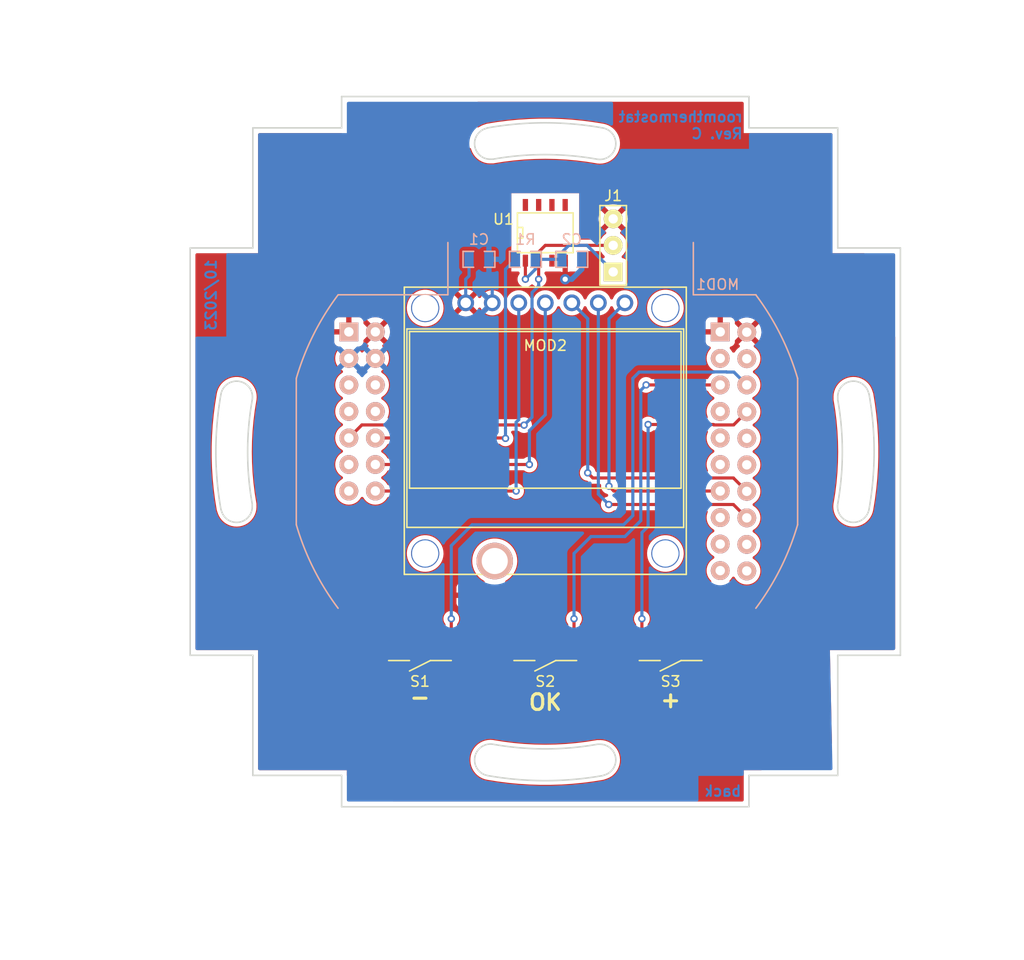
<source format=kicad_pcb>
(kicad_pcb (version 20211014) (generator pcbnew)
  (title_block (title "roomthermostat") (date "2023-10-14") (rev "C") (company "koewiba"))
  (layers (0 "F.Cu" signal) (31 "B.Cu" signal) (34 "B.Paste" user) (35 "F.Paste" user) (36 "B.SilkS" user "B.Silkscreen") (37 "F.SilkS" user "F.Silkscreen") (38 "B.Mask" user) (39 "F.Mask" user) (44 "Edge.Cuts" user))
  (net 0 "")
  (net 1 "VCC")
  (net 2 "GND")
  (net 3 "/DISP_SCK")
  (net 4 "/DISP_MOSI")
  (net 5 "/DISP_A0")
  (net 6 "/TEMP")
  (net 8 "/KEY2")
  (net 9 "/KEY0")
  (net 10 "/KEY1")
  (net 11 "Net-(C2-Pad1)")
  (net 14 "/TEMP_POW")
  (net 17 "/{slash}RESET")
  (net 21 "/DISP_RESET")
  (net 22 "/DISP_CS")
  (footprint "Display:GraphDisplay_1_OLED_27x27,5mm_030072BA" (layer "F.Cu") (at 96.915 98.37)
    (fp_text reference "MOD2" (at 0 -8.16) (layer "F.SilkS"))
    (fp_text value "Graphic-OLED-Display_4wireSPI")
    (fp_line (start -13 5.5) (end -13 -9.5) (layer "F.SilkS") (width 0.15))
    (fp_line (start -13.5 -13.75) (end -13.5 13.75) (layer "F.SilkS") (width 0.15))
    (fp_line (start 13.25 -9.75) (end -13.25 -9.75) (layer "F.SilkS") (width 0.15))
    (fp_line (start -13.25 -9.75) (end -13.25 9.25) (layer "F.SilkS") (width 0.15))
    (fp_line (start -13.25 9.25) (end 13.25 9.25) (layer "F.SilkS") (width 0.15))
    (fp_line (start 13.25 9.25) (end 13.25 -9.75) (layer "F.SilkS") (width 0.15))
    (fp_line (start -13.5 13.75) (end 13.5 13.75) (layer "F.SilkS") (width 0.15))
    (fp_line (start 13 -9.5) (end 13 5.5) (layer "F.SilkS") (width 0.15))
    (fp_line (start 13 5.5) (end -13 5.5) (layer "F.SilkS") (width 0.15))
    (fp_line (start -13 -9.5) (end 13 -9.5) (layer "F.SilkS") (width 0.15))
    (fp_line (start 13.5 -13.75) (end -13.5 -13.75) (layer "F.SilkS") (width 0.15))
    (fp_line (start 13.5 13.75) (end 13.5 -13.75) (layer "F.SilkS") (width 0.15))
    (pad "1" thru_hole circle locked (at -7.62 -12.25) (size 1.6 1.6) (drill 1) (layers *.Cu *.Mask) (net 2 "GND"))
    (pad "2" thru_hole circle locked (at -5.08 -12.25) (size 1.6 1.6) (drill 1) (layers *.Cu *.Mask) (net 1 "VCC"))
    (pad "3" thru_hole circle locked (at -2.54 -12.25) (size 1.6 1.6) (drill 1) (layers *.Cu *.Mask) (net 3 "/DISP_SCK"))
    (pad "4" thru_hole circle locked (at 0 -12.25) (size 1.6 1.6) (drill 1) (layers *.Cu *.Mask) (net 4 "/DISP_MOSI"))
    (pad "5" thru_hole circle locked (at 2.54 -12.25) (size 1.6 1.6) (drill 1) (layers *.Cu *.Mask) (net 21 "/DISP_RESET"))
    (pad "6" thru_hole circle locked (at 5.08 -12.25) (size 1.6 1.6) (drill 1) (layers *.Cu *.Mask) (net 5 "/DISP_A0"))
    (pad "7" thru_hole circle locked (at 7.62 -12.25) (size 1.6 1.6) (drill 1) (layers *.Cu *.Mask) (net 22 "/DISP_CS"))
    (pad "H" thru_hole circle locked (at -11.5 -11.75) (size 2.7 2.7) (drill 2.5) (layers *.Cu *.Mask))
    (pad "H" thru_hole circle locked (at -11.5 11.75) (size 2.7 2.7) (drill 2.5) (layers *.Cu *.Mask))
    (pad "H" thru_hole circle locked (at 11.5 11.75) (size 2.7 2.7) (drill 2.5) (layers *.Cu *.Mask))
    (pad "H" thru_hole circle locked (at 11.5 -11.75) (size 2.7 2.7) (drill 2.5) (layers *.Cu *.Mask))
  )
  (footprint "Housings_SOIC:SO8E" (layer "F.Cu") (at 96.915 79.415)
    (fp_text reference "U1" (at -4 -1.295) (layer "F.SilkS"))
    (fp_text value "TSIC206_SOIC8")
    (fp_line (start -2.667 1.778) (end -2.667 1.905) (layer "F.SilkS") (width 0.15))
    (fp_line (start -2.667 -0.508) (end -2.159 -0.508) (layer "F.SilkS") (width 0.15))
    (fp_line (start -2.159 0.508) (end -2.667 0.508) (layer "F.SilkS") (width 0.15))
    (fp_line (start -2.667 1.905) (end 2.667 1.905) (layer "F.SilkS") (width 0.15))
    (fp_line (start 2.667 -1.905) (end -2.667 -1.905) (layer "F.SilkS") (width 0.15))
    (fp_line (start 2.667 -1.905) (end 2.667 1.905) (layer "F.SilkS") (width 0.15))
    (fp_line (start -2.159 -0.508) (end -2.159 0.508) (layer "F.SilkS") (width 0.15))
    (fp_line (start -2.667 -1.905) (end -2.667 1.778) (layer "F.SilkS") (width 0.15))
    (pad "1" smd rect locked (at -1.905 2.667) (size 0.508 1.143) (layers "F.Cu" "F.Paste" "F.Mask") (net 11 "Net-(C2-Pad1)"))
    (pad "2" smd rect locked (at -0.635 2.667) (size 0.508 1.143) (layers "F.Cu" "F.Paste" "F.Mask") (net 6 "/TEMP"))
    (pad "3" smd rect locked (at 0.635 2.667) (size 0.508 1.143) (layers "F.Cu" "F.Paste" "F.Mask"))
    (pad "4" smd rect locked (at 1.905 2.667) (size 0.508 1.143) (layers "F.Cu" "F.Paste" "F.Mask") (net 2 "GND"))
    (pad "5" smd rect locked (at 1.905 -2.667) (size 0.508 1.143) (layers "F.Cu" "F.Paste" "F.Mask"))
    (pad "6" smd rect locked (at 0.635 -2.667) (size 0.508 1.143) (layers "F.Cu" "F.Paste" "F.Mask"))
    (pad "7" smd rect locked (at -0.635 -2.667) (size 0.508 1.143) (layers "F.Cu" "F.Paste" "F.Mask"))
    (pad "8" smd rect locked (at -1.905 -2.667) (size 0.508 1.143) (layers "F.Cu" "F.Paste" "F.Mask"))
  )
  (footprint "Switch_Miscelleaneus:PushButton_SPST_SMD_JTP-1138_BacksideMount" (layer "F.Cu") (at 84.915 116.37 180)
    (fp_text reference "S1" (at 0 -6) (layer "F.SilkS"))
    (fp_text value "PushButton_SPST_NO")
    (fp_line (start 3 -4) (end 1 -4) (layer "F.SilkS") (width 0.15))
    (fp_line (start -3 -4) (end -1 -4) (layer "F.SilkS") (width 0.15))
    (fp_line (start -1 -4) (end 1 -5) (layer "F.SilkS") (width 0.15))
    (pad "1" smd rect locked (at -4.8 2.25 180) (size 1.6 1.4) (layers "F.Cu" "F.Paste" "F.Mask") (net 2 "GND"))
    (pad "1" smd rect locked (at 4.8 2.25 180) (size 1.6 1.4) (layers "F.Cu" "F.Paste" "F.Mask") (net 2 "GND"))
    (pad "2" smd rect locked (at 4.8 -2.25 180) (size 1.6 1.4) (layers "F.Cu" "F.Paste" "F.Mask") (net 9 "/KEY0"))
    (pad "2" smd rect locked (at -4.8 -2.25 180) (size 1.6 1.4) (layers "F.Cu" "F.Paste" "F.Mask") (net 9 "/KEY0"))
  )
  (footprint "Switch_Miscelleaneus:PushButton_SPST_SMD_JTP-1138_BacksideMount" (layer "F.Cu") (at 96.915 116.37 180)
    (fp_text reference "S2" (at 0 -6) (layer "F.SilkS"))
    (fp_text value "PushButton_SPST_NO")
    (fp_line (start 3 -4) (end 1 -4) (layer "F.SilkS") (width 0.15))
    (fp_line (start -3 -4) (end -1 -4) (layer "F.SilkS") (width 0.15))
    (fp_line (start -1 -4) (end 1 -5) (layer "F.SilkS") (width 0.15))
    (pad "1" smd rect locked (at -4.8 2.25 180) (size 1.6 1.4) (layers "F.Cu" "F.Paste" "F.Mask") (net 2 "GND"))
    (pad "1" smd rect locked (at 4.8 2.25 180) (size 1.6 1.4) (layers "F.Cu" "F.Paste" "F.Mask") (net 2 "GND"))
    (pad "2" smd rect locked (at -4.8 -2.25 180) (size 1.6 1.4) (layers "F.Cu" "F.Paste" "F.Mask") (net 10 "/KEY1"))
    (pad "2" smd rect locked (at 4.8 -2.25 180) (size 1.6 1.4) (layers "F.Cu" "F.Paste" "F.Mask") (net 10 "/KEY1"))
  )
  (footprint "Switch_Miscelleaneus:PushButton_SPST_SMD_JTP-1138_BacksideMount" (layer "F.Cu") (at 108.915 116.37 180)
    (fp_text reference "S3" (at 0 -6) (layer "F.SilkS"))
    (fp_text value "PushButton_SPST_NO")
    (fp_line (start -3 -4) (end -1 -4) (layer "F.SilkS") (width 0.15))
    (fp_line (start 3 -4) (end 1 -4) (layer "F.SilkS") (width 0.15))
    (fp_line (start -1 -4) (end 1 -5) (layer "F.SilkS") (width 0.15))
    (pad "1" smd rect locked (at 4.8 2.25 180) (size 1.6 1.4) (layers "F.Cu" "F.Paste" "F.Mask") (net 2 "GND"))
    (pad "1" smd rect locked (at -4.8 2.25 180) (size 1.6 1.4) (layers "F.Cu" "F.Paste" "F.Mask") (net 2 "GND"))
    (pad "2" smd rect locked (at 4.8 -2.25 180) (size 1.6 1.4) (layers "F.Cu" "F.Paste" "F.Mask") (net 8 "/KEY2"))
    (pad "2" smd rect locked (at -4.8 -2.25 180) (size 1.6 1.4) (layers "F.Cu" "F.Paste" "F.Mask") (net 8 "/KEY2"))
  )
  (footprint "Symbol:Symbol_OSHW-Logo_Copper" (layer "F.Cu") (at 120.665 126.00005)
    (fp_text reference "LOGO1" hide)
    (fp_text value "OPEN_HARDWARE_1" hide)
    (fp_line (start -1.95072 3.93954) (end -1.8796 3.4798) (layer "F.Cu") (width 0.381))
    (fp_line (start 0.65024 0.7493) (end 0.8509 0.55118) (layer "F.Cu") (width 0.381))
    (fp_line (start 1.69926 1.04902) (end 1.88976 0.57912) (layer "F.Cu") (width 0.381))
    (fp_line (start -0.6604 3.50012) (end -0.48006 3.66014) (layer "F.Cu") (width 0.381))
    (fp_line (start -0.8509 -0.55118) (end -1.00076 -0.09906) (layer "F.Cu") (width 0.381))
    (fp_line (start 1.00076 -0.24892) (end 0.8509 -0.59944) (layer "F.Cu") (width 0.381))
    (fp_line (start 2.49936 0.39116) (end 2.49936 -0.28956) (layer "F.Cu") (width 0.381))
    (fp_line (start -0.67056 4.18084) (end -0.9906 4.20878) (layer "F.Cu") (width 0.381))
    (fp_line (start 0.381 -2.46126) (end -0.30988 -2.47904) (layer "F.Cu") (width 0.381))
    (fp_line (start -1.78054 0.92964) (end -2.03962 1.49098) (layer "F.Cu") (width 0.381))
    (fp_line (start 1.53924 -1.9812) (end 1.02108 -1.71958) (layer "F.Cu") (width 0.381))
    (fp_line (start -0.0508 -1.00076) (end -0.44958 -0.89916) (layer "F.Cu") (width 0.381))
    (fp_line (start -0.35052 0.89916) (end -0.70104 1.89992) (layer "F.Cu") (width 0.381))
    (fp_line (start 1.88976 0.57912) (end 2.49936 0.39116) (layer "F.Cu") (width 0.381))
    (fp_line (start -0.43942 3.95986) (end -0.67056 4.18084) (layer "F.Cu") (width 0.381))
    (fp_line (start 1.02108 -1.71958) (end 0.55118 -1.92024) (layer "F.Cu") (width 0.381))
    (fp_line (start 1.08966 2.65938) (end 1.08966 4.20116) (layer "F.Cu") (width 0.381))
    (fp_line (start -1.50114 2.00914) (end -0.98044 1.7399) (layer "F.Cu") (width 0.381))
    (fp_line (start 2.61874 4.17068) (end 2.9591 2.72034) (layer "F.Cu") (width 0.381))
    (fp_line (start -2.37998 2.64922) (end -2.6289 2.66954) (layer "F.Cu") (width 0.381))
    (fp_line (start -2.6289 2.66954) (end -2.8702 2.91084) (layer "F.Cu") (width 0.381))
    (fp_line (start 0.35052 0.89916) (end 0.7493 1.89992) (layer "F.Cu") (width 0.381))
    (fp_line (start -2.47904 4.191) (end -2.16916 4.11988) (layer "F.Cu") (width 0.381))
    (fp_line (start 1.66878 2.68986) (end 2.02946 4.16052) (layer "F.Cu") (width 0.381))
    (fp_line (start 0.20066 2.64922) (end 0.20066 4.21894) (layer "F.Cu") (width 0.381))
    (fp_line (start -0.5207 -1.9304) (end -0.9398 -1.76022) (layer "F.Cu") (width 0.381))
    (fp_line (start -0.35052 2.75082) (end -0.70104 2.66954) (layer "F.Cu") (width 0.381))
    (fp_line (start -2.4892 0.32004) (end -1.9304 0.5207) (layer "F.Cu") (width 0.381))
    (fp_line (start 1.9812 1.52908) (end 1.69926 1.04902) (layer "F.Cu") (width 0.381))
    (fp_line (start 2.30886 3.0988) (end 2.61874 4.17068) (layer "F.Cu") (width 0.381))
    (fp_line (start -1.02108 2.65938) (end -1.25984 2.86004) (layer "F.Cu") (width 0.381))
    (fp_line (start 1.94056 -0.42926) (end 1.7399 -1.00076) (layer "F.Cu") (width 0.381))
    (fp_line (start -1.9304 -0.48006) (end -2.47904 -0.381) (layer "F.Cu") (width 0.381))
    (fp_line (start -0.9906 4.20878) (end -1.34112 4.09956) (layer "F.Cu") (width 0.381))
    (fp_line (start -2.03962 2.78892) (end -2.4003 2.65938) (layer "F.Cu") (width 0.381))
    (fp_line (start -1.9304 3.07086) (end -2.03962 2.78892) (layer "F.Cu") (width 0.381))
    (fp_line (start 0.35052 0.89916) (end 0.65024 0.7493) (layer "F.Cu") (width 0.381))
    (fp_line (start -1.8796 3.4798) (end -1.9304 3.07086) (layer "F.Cu") (width 0.381))
    (fp_line (start -2.8702 2.91084) (end -2.9591 3.40106) (layer "F.Cu") (width 0.381))
    (fp_line (start -0.98044 1.7399) (end -0.70104 1.89992) (layer "F.Cu") (width 0.381))
    (fp_line (start 2.02946 4.16052) (end 2.30886 3.0988) (layer "F.Cu") (width 0.381))
    (fp_line (start -1.04902 3.37058) (end -0.6604 3.50012) (layer "F.Cu") (width 0.381))
    (fp_line (start -1.29032 3.12928) (end -1.04902 3.37058) (layer "F.Cu") (width 0.381))
    (fp_line (start 0.39878 -0.94996) (end -0.0508 -1.00076) (layer "F.Cu") (width 0.381))
    (fp_line (start -1.00076 -0.09906) (end -0.94996 0.39878) (layer "F.Cu") (width 0.381))
    (fp_line (start 1.50876 2.0193) (end 1.9812 1.52908) (layer "F.Cu") (width 0.381))
    (fp_line (start 0.55118 -1.92024) (end 0.381 -2.46126) (layer "F.Cu") (width 0.381))
    (fp_line (start -0.30988 -2.47904) (end -0.5207 -1.9304) (layer "F.Cu") (width 0.381))
    (fp_line (start -0.70104 2.66954) (end -1.02108 2.65938) (layer "F.Cu") (width 0.381))
    (fp_line (start 1.06934 1.6891) (end 1.50876 2.0193) (layer "F.Cu") (width 0.381))
    (fp_line (start -2.00914 -1.50114) (end -1.76022 -0.96012) (layer "F.Cu") (width 0.381))
    (fp_line (start -2.7305 4.06908) (end -2.47904 4.191) (layer "F.Cu") (width 0.381))
    (fp_line (start -1.76022 -0.96012) (end -1.9304 -0.48006) (layer "F.Cu") (width 0.381))
    (fp_line (start 1.03886 3.37058) (end 1.04902 3.38074) (layer "F.Cu") (width 0.381))
    (fp_line (start -1.9304 0.5207) (end -1.7907 0.91948) (layer "F.Cu") (width 0.381))
    (fp_line (start -0.48006 3.66014) (end -0.43942 3.95986) (layer "F.Cu") (width 0.381))
    (fp_line (start 0.8509 -0.59944) (end 0.39878 -0.94996) (layer "F.Cu") (width 0.381))
    (fp_line (start 0.73914 1.8796) (end 1.06934 1.6891) (layer "F.Cu") (width 0.381))
    (fp_line (start -0.94996 0.39878) (end -0.70104 0.70104) (layer "F.Cu") (width 0.381))
    (fp_line (start 2.00914 -1.47066) (end 1.53924 -1.9812) (layer "F.Cu") (width 0.381))
    (fp_line (start -1.25984 2.86004) (end -1.29032 3.12928) (layer "F.Cu") (width 0.381))
    (fp_line (start -2.16916 4.11988) (end -1.95072 3.93954) (layer "F.Cu") (width 0.381))
    (fp_line (start 1.04902 3.38074) (end 1.04902 3.37058) (layer "F.Cu") (width 0.381))
    (fp_line (start -2.47904 -0.381) (end -2.4892 0.32004) (layer "F.Cu") (width 0.381))
    (fp_line (start -2.03962 1.49098) (end -1.50114 2.00914) (layer "F.Cu") (width 0.381))
    (fp_line (start -1.49098 -2.02946) (end -2.00914 -1.50114) (layer "F.Cu") (width 0.381))
    (fp_line (start 0.8509 0.55118) (end 1.00076 0.14986) (layer "F.Cu") (width 0.381))
    (fp_line (start 1.00076 0.14986) (end 1.00076 -0.24892) (layer "F.Cu") (width 0.381))
    (fp_line (start -2.9591 3.40106) (end -2.93116 3.74904) (layer "F.Cu") (width 0.381))
    (fp_line (start -0.44958 -0.89916) (end -0.8509 -0.55118) (layer "F.Cu") (width 0.381))
    (fp_line (start 2.49936 -0.28956) (end 1.94056 -0.42926) (layer "F.Cu") (width 0.381))
    (fp_line (start -2.93116 3.74904) (end -2.7305 4.06908) (layer "F.Cu") (width 0.381))
    (fp_line (start 0.20066 4.21894) (end 0.21082 4.20878) (layer "F.Cu") (width 0.381))
    (fp_line (start -0.9398 -1.76022) (end -1.49098 -2.02946) (layer "F.Cu") (width 0.381))
    (fp_line (start 0.24892 3.38074) (end 1.03886 3.37058) (layer "F.Cu") (width 0.381))
    (fp_line (start -0.70104 0.70104) (end -0.35052 0.89916) (layer "F.Cu") (width 0.381))
    (fp_line (start 1.7399 -1.00076) (end 2.00914 -1.47066) (layer "F.Cu") (width 0.381))
  )
  (footprint "Connector_Header:HEADER_3x1" (layer "F.Cu") (at 103.415 83.16 90)
    (fp_text reference "J1" (at 7.29 0 180) (layer "F.SilkS"))
    (fp_text value "CONN_3X1")
    (fp_line (start 6.35 1.27) (end -1.27 1.27) (layer "F.SilkS") (width 0.15))
    (fp_line (start -1.27 1.27) (end -1.27 -1.27) (layer "F.SilkS") (width 0.15))
    (fp_line (start -1.27 -1.27) (end 6.35 -1.27) (layer "F.SilkS") (width 0.15))
    (fp_line (start 6.35 -1.27) (end 6.35 1.27) (layer "F.SilkS") (width 0.15))
    (pad "1" thru_hole rect locked (at 0 0 90) (size 1.8 1.8) (drill 0.9) (layers *.Cu *.Mask "F.SilkS") (net 11 "Net-(C2-Pad1)"))
    (pad "2" thru_hole circle locked (at 2.54 0 90) (size 1.8 1.8) (drill 0.9) (layers *.Cu *.Mask "F.SilkS") (net 6 "/TEMP"))
    (pad "3" thru_hole circle locked (at 5.08 0 90) (size 1.8 1.8) (drill 0.9) (layers *.Cu *.Mask "F.SilkS") (net 2 "GND"))
  )
  (footprint "Capacitors_SMD:C_0805" (layer "B.Cu") (at 90.565 81.955 180)
    (fp_text reference "C1" (at 0 1.905 180) (layer "B.SilkS") (effects (justify mirror)))
    (fp_text value "100nF")
    (fp_line (start 0.508 0.762) (end 1.524 0.762) (layer "B.SilkS") (width 0.15))
    (fp_line (start -0.508 -0.762) (end -1.524 -0.762) (layer "B.SilkS") (width 0.15))
    (fp_line (start -1.524 -0.762) (end -1.524 0.762) (layer "B.SilkS") (width 0.15))
    (fp_line (start 1.524 -0.762) (end 0.508 -0.762) (layer "B.SilkS") (width 0.15))
    (fp_line (start 1.524 0.762) (end 1.524 -0.762) (layer "B.SilkS") (width 0.15))
    (fp_line (start -1.524 0.762) (end -0.508 0.762) (layer "B.SilkS") (width 0.15))
    (pad "1" smd rect locked (at -0.9525 0 180) (size 0.889 1.397) (layers "B.Cu" "B.Paste" "B.Mask") (net 1 "VCC"))
    (pad "2" smd rect locked (at 0.9525 0 180) (size 0.889 1.397) (layers "B.Cu" "B.Paste" "B.Mask") (net 2 "GND"))
  )
  (footprint "Capacitors_SMD:C_0805" (layer "B.Cu") (at 99.455 81.955)
    (fp_text reference "C2" (at 0 -1.905 180) (layer "B.SilkS") (effects (justify mirror)))
    (fp_text value "100nF")
    (fp_line (start 1.524 -0.762) (end 0.508 -0.762) (layer "B.SilkS") (width 0.15))
    (fp_line (start 1.524 0.762) (end 1.524 -0.762) (layer "B.SilkS") (width 0.15))
    (fp_line (start 0.508 0.762) (end 1.524 0.762) (layer "B.SilkS") (width 0.15))
    (fp_line (start -1.524 -0.762) (end -1.524 0.762) (layer "B.SilkS") (width 0.15))
    (fp_line (start -1.524 0.762) (end -0.508 0.762) (layer "B.SilkS") (width 0.15))
    (fp_line (start -0.508 -0.762) (end -1.524 -0.762) (layer "B.SilkS") (width 0.15))
    (pad "1" smd rect locked (at -0.9525 0) (size 0.889 1.397) (layers "B.Cu" "B.Paste" "B.Mask") (net 11 "Net-(C2-Pad1)"))
    (pad "2" smd rect locked (at 0.9525 0) (size 0.889 1.397) (layers "B.Cu" "B.Paste" "B.Mask") (net 2 "GND"))
  )
  (footprint "Resistor:R_0805" (layer "B.Cu") (at 95.01 81.955 180)
    (fp_text reference "R1" (at 0 1.905 180) (layer "B.SilkS") (effects (justify mirror)))
    (fp_text value "220")
    (fp_line (start -1.524 0.762) (end -0.508 0.762) (layer "B.SilkS") (width 0.15))
    (fp_line (start -1.524 -0.762) (end -1.524 0.762) (layer "B.SilkS") (width 0.15))
    (fp_line (start 1.524 0.762) (end 1.524 -0.762) (layer "B.SilkS") (width 0.15))
    (fp_line (start 0.508 0.762) (end 1.524 0.762) (layer "B.SilkS") (width 0.15))
    (fp_line (start -0.508 -0.762) (end -1.524 -0.762) (layer "B.SilkS") (width 0.15))
    (fp_line (start 1.524 -0.762) (end 0.508 -0.762) (layer "B.SilkS") (width 0.15))
    (pad "1" smd rect locked (at -0.9525 0 180) (size 0.889 1.397) (layers "B.Cu" "B.Paste" "B.Mask") (net 11 "Net-(C2-Pad1)"))
    (pad "2" smd rect locked (at 0.9525 0 180) (size 0.889 1.397) (layers "B.Cu" "B.Paste" "B.Mask") (net 14 "/TEMP_POW"))
  )
  (footprint "Modules:bus-module_atmega328" (layer "B.Cu") (at 113.665 88.9 90)
    (fp_text reference "MOD1" (at 4.53 -0.25 180) (layer "B.SilkS") (effects (justify mirror)))
    (fp_text value "bus-module_atmega328_revB")
    (fp_line (start -18.46 7.41) (end -4.46 7.41) (layer "B.SilkS") (width 0.15))
    (fp_line (start 3.55 -2.575) (end 8.55 -2.575) (layer "B.SilkS") (width 0.15))
    (fp_line (start -4.46 -40.59) (end -18.46 -40.59) (layer "B.SilkS") (width 0.15))
    (fp_line (start 3.55 3.425) (end 3.55 -2.575) (layer "B.SilkS") (width 0.15))
    (fp_line (start 8.55 -26.075) (end 3.55 -26.075) (layer "B.SilkS") (width 0.15))
    (fp_line (start 3.55 -26.075) (end 3.55 -36.575) (layer "B.SilkS") (width 0.15))
    (fp_arc (start -4.46 -40.59) (mid -0.277298 -38.949498) (end 3.544226 -36.58683) (layer "B.SilkS") (width 0.15))
    (fp_arc (start -26.46 -36.59) (mid -22.642053 -38.949823) (end -18.463678 -40.588927) (layer "B.SilkS") (width 0.15))
    (fp_arc (start -18.46 7.41) (mid -22.639748 5.770976) (end -26.458942 3.410794) (layer "B.SilkS") (width 0.15))
    (fp_arc (start 3.54 3.41) (mid -0.282911 5.772305) (end -4.466979 7.412034) (layer "B.SilkS") (width 0.15))
    (pad "1" thru_hole rect locked (at 0 0 90) (size 1.8 1.8) (drill 0.9) (layers *.Cu *.Mask "B.SilkS") (net 2 "GND"))
    (pad "2" thru_hole circle locked (at -0.03 2.54 90) (size 1.8 1.8) (drill 0.9) (layers *.Cu *.Mask "B.SilkS") (net 2 "GND"))
    (pad "3" thru_hole circle locked (at -2.54 0 90) (size 1.8 1.8) (drill 0.9) (layers *.Cu *.Mask "B.SilkS"))
    (pad "4" thru_hole circle locked (at -2.57 2.54 90) (size 1.8 1.8) (drill 0.9) (layers *.Cu *.Mask "B.SilkS"))
    (pad "5" thru_hole circle locked (at -5.08 0 90) (size 1.8 1.8) (drill 0.9) (layers *.Cu *.Mask "B.SilkS") (net 10 "/KEY1"))
    (pad "6" thru_hole circle locked (at -5.08 2.54 90) (size 1.8 1.8) (drill 0.9) (layers *.Cu *.Mask "B.SilkS") (net 9 "/KEY0"))
    (pad "7" thru_hole circle locked (at -7.62 0 90) (size 1.8 1.8) (drill 0.9) (layers *.Cu *.Mask "B.SilkS"))
    (pad "8" thru_hole circle locked (at -7.65 2.54 90) (size 1.8 1.8) (drill 0.9) (layers *.Cu *.Mask "B.SilkS") (net 8 "/KEY2"))
    (pad "9" thru_hole circle locked (at -10.16 0 90) (size 1.8 1.8) (drill 0.9) (layers *.Cu *.Mask "B.SilkS"))
    (pad "10" thru_hole circle locked (at -10.19 2.54 90) (size 1.8 1.8) (drill 0.9) (layers *.Cu *.Mask "B.SilkS"))
    (pad "11" thru_hole circle locked (at -12.7 0 90) (size 1.8 1.8) (drill 0.9) (layers *.Cu *.Mask "B.SilkS"))
    (pad "12" thru_hole circle locked (at -12.73 2.54 90) (size 1.8 1.8) (drill 0.9) (layers *.Cu *.Mask "B.SilkS") (net 17 "/{slash}RESET"))
    (pad "13" thru_hole circle locked (at -15.24 0 90) (size 1.8 1.8) (drill 0.9) (layers *.Cu *.Mask "B.SilkS") (net 22 "/DISP_CS"))
    (pad "14" thru_hole circle locked (at -15.27 2.54 90) (size 1.8 1.8) (drill 0.9) (layers *.Cu *.Mask "B.SilkS") (net 21 "/DISP_RESET"))
    (pad "15" thru_hole circle locked (at -17.78 0 90) (size 1.8 1.8) (drill 0.9) (layers *.Cu *.Mask "B.SilkS"))
    (pad "16" thru_hole circle locked (at -17.81 2.54 90) (size 1.8 1.8) (drill 0.9) (layers *.Cu *.Mask "B.SilkS") (net 5 "/DISP_A0"))
    (pad "17" thru_hole circle locked (at -20.32 0 90) (size 1.8 1.8) (drill 0.9) (layers *.Cu *.Mask "B.SilkS"))
    (pad "18" thru_hole circle locked (at -20.35 2.54 90) (size 1.8 1.8) (drill 0.9) (layers *.Cu *.Mask "B.SilkS"))
    (pad "19" thru_hole circle locked (at -22.86 0 90) (size 1.8 1.8) (drill 0.9) (layers *.Cu *.Mask "B.SilkS"))
    (pad "20" thru_hole circle locked (at -22.89 2.54 90) (size 1.8 1.8) (drill 0.9) (layers *.Cu *.Mask "B.SilkS"))
    (pad "21" thru_hole rect locked (at 0 -35.56 90) (size 1.8 1.8) (drill 0.9) (layers *.Cu *.Mask "B.SilkS") (net 2 "GND"))
    (pad "22" thru_hole circle locked (at 0 -33.02 90) (size 1.8 1.8) (drill 0.9) (layers *.Cu *.Mask "B.SilkS") (net 2 "GND"))
    (pad "23" thru_hole circle locked (at -2.54 -35.56 90) (size 1.8 1.8) (drill 0.9) (layers *.Cu *.Mask "B.SilkS") (net 1 "VCC"))
    (pad "24" thru_hole circle locked (at -2.54 -33.02 90) (size 1.8 1.8) (drill 0.9) (layers *.Cu *.Mask "B.SilkS") (net 1 "VCC"))
    (pad "25" thru_hole circle locked (at -5.08 -35.56 90) (size 1.8 1.8) (drill 0.9) (layers *.Cu *.Mask "B.SilkS"))
    (pad "26" thru_hole circle locked (at -5.08 -33.02 90) (size 1.8 1.8) (drill 0.9) (layers *.Cu *.Mask "B.SilkS"))
    (pad "27" thru_hole circle locked (at -7.62 -35.56 90) (size 1.8 1.8) (drill 0.9) (layers *.Cu *.Mask "B.SilkS"))
    (pad "28" thru_hole circle locked (at -7.62 -33.02 90) (size 1.8 1.8) (drill 0.9) (layers *.Cu *.Mask "B.SilkS"))
    (pad "29" thru_hole circle locked (at -10.16 -35.56 90) (size 1.8 1.8) (drill 0.9) (layers *.Cu *.Mask "B.SilkS") (net 6 "/TEMP"))
    (pad "30" thru_hole circle locked (at -10.16 -33.02 90) (size 1.8 1.8) (drill 0.9) (layers *.Cu *.Mask "B.SilkS") (net 14 "/TEMP_POW"))
    (pad "31" thru_hole circle locked (at -12.7 -35.56 90) (size 1.8 1.8) (drill 0.9) (layers *.Cu *.Mask "B.SilkS"))
    (pad "32" thru_hole circle locked (at -12.7 -33.02 90) (size 1.8 1.8) (drill 0.9) (layers *.Cu *.Mask "B.SilkS") (net 4 "/DISP_MOSI"))
    (pad "33" thru_hole circle locked (at -15.24 -35.56 90) (size 1.8 1.8) (drill 0.9) (layers *.Cu *.Mask "B.SilkS"))
    (pad "34" thru_hole circle locked (at -15.24 -33.02 90) (size 1.8 1.8) (drill 0.9) (layers *.Cu *.Mask "B.SilkS") (net 3 "/DISP_SCK"))
    (pad "41" thru_hole circle locked (at -21.94 -21.59 90) (size 3.5 3.5) (drill 2.5) (layers *.Cu *.Mask "B.SilkS"))
  )
  (gr_arc (start 101.915 128.385878) (mid 96.892806 128.829096) (end 91.871203 128.379234) (layer "Edge.Cuts") (width 0.15))
  (gr_line (start 124.915 80.87) (end 124.915 69.37) (layer "Edge.Cuts") (width 0.15))
  (gr_line (start 124.915 119.87) (end 124.915 131.37) (layer "Edge.Cuts") (width 0.15))
  (gr_arc (start 124.915 95.12) (mid 126.174726 93.639369) (end 127.838025 94.645658) (layer "Edge.Cuts") (width 0.15))
  (gr_line (start 116.415 69.37) (end 124.915 69.37) (layer "Edge.Cuts") (width 0.15))
  (gr_arc (start 68.857917 105.392166) (mid 68.414699 100.369972) (end 68.864561 95.348369) (layer "Edge.Cuts") (width 0.15))
  (gr_line (start 68.915 131.37) (end 68.915 119.87) (layer "Edge.Cuts") (width 0.15))
  (gr_line (start 124.915 95.12) (end 124.915 95.37) (layer "Edge.Cuts") (width 0.15))
  (gr_line (start 102.639342 131.308903) (end 102.415 131.385877) (layer "Edge.Cuts") (width 0.15))
  (gr_arc (start 127.914998 105.87) (mid 126.186874 107.12348) (end 124.908356 105.413797) (layer "Edge.Cuts") (width 0.15))
  (gr_arc (start 91.415 131.385876) (mid 90.16152 129.657752) (end 91.871203 128.379234) (layer "Edge.Cuts") (width 0.15))
  (gr_line (start 116.415 131.37) (end 116.415 134.37) (layer "Edge.Cuts") (width 0.15))
  (gr_line (start 127.838025 94.645658) (end 127.914999 94.87) (layer "Edge.Cuts") (width 0.15))
  (gr_line (start 77.415 69.37) (end 68.915 69.37) (layer "Edge.Cuts") (width 0.15))
  (gr_arc (start 65.857918 105.892166) (mid 65.373795 100.392166) (end 65.857918 94.892166) (layer "Edge.Cuts") (width 0.15))
  (gr_line (start 130.915 80.87) (end 124.915 80.87) (layer "Edge.Cuts") (width 0.15))
  (gr_line (start 65.934892 106.116508) (end 65.857918 105.892166) (layer "Edge.Cuts") (width 0.15))
  (gr_arc (start 65.857919 94.892166) (mid 67.586043 93.638686) (end 68.864561 95.348369) (layer "Edge.Cuts") (width 0.15))
  (gr_line (start 77.415 134.37) (end 77.415 131.37) (layer "Edge.Cuts") (width 0.15))
  (gr_arc (start 102.415 131.385877) (mid 96.915 131.87) (end 91.415 131.385877) (layer "Edge.Cuts") (width 0.15))
  (gr_arc (start 124.915 95.37) (mid 125.358217 100.392194) (end 124.908356 105.413797) (layer "Edge.Cuts") (width 0.15))
  (gr_line (start 116.415 131.37) (end 124.915 131.37) (layer "Edge.Cuts") (width 0.15))
  (gr_line (start 77.415 66.37) (end 116.415 66.37) (layer "Edge.Cuts") (width 0.15))
  (gr_arc (start 102.165 128.385878) (mid 103.645631 129.645604) (end 102.639342 131.308903) (layer "Edge.Cuts") (width 0.15))
  (gr_arc (start 127.914999 94.87) (mid 128.399122 100.37) (end 127.914999 105.87) (layer "Edge.Cuts") (width 0.15))
  (gr_line (start 130.915 80.87) (end 130.915 119.87) (layer "Edge.Cuts") (width 0.15))
  (gr_arc (start 91.392834 69.37) (mid 96.892834 68.885877) (end 102.392834 69.37) (layer "Edge.Cuts") (width 0.15))
  (gr_line (start 68.915 131.37) (end 77.415 131.37) (layer "Edge.Cuts") (width 0.15))
  (gr_line (start 68.915 80.87) (end 62.915 80.87) (layer "Edge.Cuts") (width 0.15))
  (gr_arc (start 91.892834 72.369999) (mid 96.915 71.927082) (end 101.936469 72.377826) (layer "Edge.Cuts") (width 0.15))
  (gr_line (start 77.415 134.37) (end 116.415 134.37) (layer "Edge.Cuts") (width 0.15))
  (gr_line (start 130.915 119.87) (end 124.915 119.87) (layer "Edge.Cuts") (width 0.15))
  (gr_line (start 91.168492 69.446974) (end 91.392834 69.37) (layer "Edge.Cuts") (width 0.15))
  (gr_line (start 62.915 80.87) (end 62.915 119.87) (layer "Edge.Cuts") (width 0.15))
  (gr_arc (start 68.857917 105.642166) (mid 67.598191 107.122797) (end 65.934892 106.116508) (layer "Edge.Cuts") (width 0.15))
  (gr_line (start 91.642834 72.369999) (end 91.892834 72.369999) (layer "Edge.Cuts") (width 0.15))
  (gr_line (start 62.915 119.87) (end 68.915 119.87) (layer "Edge.Cuts") (width 0.15))
  (gr_line (start 116.415 69.37) (end 116.415 66.37) (layer "Edge.Cuts") (width 0.15))
  (gr_line (start 102.165 128.385878) (end 101.915 128.385878) (layer "Edge.Cuts") (width 0.15))
  (gr_arc (start 102.392834 69.37) (mid 103.646803 71.098794) (end 101.936469 72.377826) (layer "Edge.Cuts") (width 0.15))
  (gr_arc (start 91.642834 72.369999) (mid 90.162203 71.110273) (end 91.168492 69.446974) (layer "Edge.Cuts") (width 0.15))
  (gr_line (start 68.915 69.37) (end 68.915 80.87) (layer "Edge.Cuts") (width 0.15))
  (gr_line (start 68.857917 105.642166) (end 68.857917 105.392166) (layer "Edge.Cuts") (width 0.15))
  (gr_line (start 77.415 66.37) (end 77.415 69.37) (layer "Edge.Cuts") (width 0.15))
  (gr_text "10/2023" (at 128.915 85.37 90) (layer "F.Cu") (effects (font (size 1 1) (thickness 0.2))))
  (gr_text "front" (at 79.915 132.87) (layer "F.Cu") (effects (font (size 1 1) (thickness 0.2))))
  (gr_text "roomthermostat\nRev. C" (at 77.915 69.12) (layer "F.Cu") (effects (font (size 1 1) (thickness 0.2)) (justify left)))
  (gr_text "10/2023" (at 64.915 85.37 90) (layer "B.Cu") (effects (font (size 1 1) (thickness 0.2)) (justify mirror)))
  (gr_text "roomthermostat\nRev. C\n" (at 115.915 69.12) (layer "B.Cu") (effects (font (size 1 1) (thickness 0.2)) (justify left mirror)))
  (gr_text "back" (at 113.915 132.87) (layer "B.Cu") (effects (font (size 1 1) (thickness 0.2)) (justify mirror)))
  (gr_text "OK" (at 96.915 124.37) (layer "F.SilkS") (effects (font (size 1.5 1.5) (thickness 0.3))))
  (gr_text "-" (at 84.915 123.87) (layer "F.SilkS") (effects (font (size 1.5 1.5) (thickness 0.3))))
  (gr_text "+" (at 108.915 124.12) (layer "F.SilkS") (effects (font (size 1.5 1.5) (thickness 0.3))))
  (segment (start 91.835 86.12) (end 91.835 83.86) (width 0.3) (layer "B.Cu") (net 1))
  (segment (start 91.5175 83.5425) (end 91.5175 81.955) (width 0.3) (layer "B.Cu") (net 1))
  (segment (start 91.835 83.86) (end 91.5175 83.5425) (width 0.3) (layer "B.Cu") (net 1))
  (segment (start 98.82 83.86) (end 98.82 82.082) (width 0.5) (layer "F.Cu") (net 2))
  (via (at 98.82 83.86) (size 1) (drill 0.5) (layers "F.Cu" "B.Cu") (net 2))
  (segment (start 100.4075 82.9075) (end 99.455 83.86) (width 0.5) (layer "B.Cu") (net 2))
  (segment (start 100.4075 81.955) (end 100.4075 82.9075) (width 0.5) (layer "B.Cu") (net 2))
  (segment (start 99.455 83.86) (end 98.82 83.86) (width 0.5) (layer "B.Cu") (net 2))
  (segment (start 89.6125 83.5425) (end 89.295 83.86) (width 0.3) (layer "B.Cu") (net 2))
  (segment (start 89.295 83.86) (end 89.295 86.12) (width 0.3) (layer "B.Cu") (net 2))
  (segment (start 89.6125 81.955) (end 89.6125 83.5425) (width 0.3) (layer "B.Cu") (net 2))
  (segment (start 80.645 104.14) (end 94.121002 104.14) (width 0.3) (layer "F.Cu") (net 3))
  (via (at 94.121002 104.14) (size 0.7) (drill 0.4) (layers "F.Cu" "B.Cu") (net 3))
  (segment (start 94.121002 97.555996) (end 94.121002 104.14) (width 0.3) (layer "B.Cu") (net 3))
  (segment (start 94.375 97.301998) (end 94.121002 97.555996) (width 0.3) (layer "B.Cu") (net 3))
  (segment (start 94.375 86.12) (end 94.375 97.301998) (width 0.3) (layer "B.Cu") (net 3))
  (segment (start 80.645 101.6) (end 95.391 101.6) (width 0.3) (layer "F.Cu") (net 4))
  (via (at 95.391 101.6) (size 0.7) (drill 0.4) (layers "F.Cu" "B.Cu") (net 4))
  (segment (start 96.915 96.834002) (end 95.391 98.358002) (width 0.3) (layer "B.Cu") (net 4))
  (segment (start 96.915 86.12) (end 96.915 96.834002) (width 0.3) (layer "B.Cu") (net 4))
  (segment (start 95.391 98.358002) (end 95.391 101.6) (width 0.3) (layer "B.Cu") (net 4))
  (segment (start 114.924999 105.429999) (end 102.990999 105.429999) (width 0.3) (layer "F.Cu") (net 5))
  (segment (start 116.205 106.71) (end 114.924999 105.429999) (width 0.3) (layer "F.Cu") (net 5))
  (via (at 102.990999 105.429999) (size 0.7) (drill 0.4) (layers "F.Cu" "B.Cu") (net 5))
  (segment (start 101.995 104.434) (end 102.990999 105.429999) (width 0.3) (layer "B.Cu") (net 5))
  (segment (start 101.995 86.12) (end 101.995 104.434) (width 0.3) (layer "B.Cu") (net 5))
  (segment (start 96.28 81.255) (end 96.28 82.082) (width 0.3) (layer "F.Cu") (net 6))
  (segment (start 79.355001 97.809999) (end 94.368025 97.809999) (width 0.3) (layer "F.Cu") (net 6))
  (segment (start 94.368025 97.809999) (end 94.388026 97.83) (width 0.3) (layer "F.Cu") (net 6))
  (segment (start 78.105 99.06) (end 79.355001 97.809999) (width 0.3) (layer "F.Cu") (net 6))
  (segment (start 103.415 80.62) (end 96.915 80.62) (width 0.3) (layer "F.Cu") (net 6))
  (segment (start 94.388026 97.83) (end 94.883 97.83) (width 0.3) (layer "F.Cu") (net 6))
  (segment (start 96.28 82.082) (end 96.28 83.86) (width 0.3) (layer "F.Cu") (net 6))
  (segment (start 96.915 80.62) (end 96.28 81.255) (width 0.3) (layer "F.Cu") (net 6))
  (via (at 94.883 97.83) (size 0.7) (drill 0.4) (layers "F.Cu" "B.Cu") (net 6))
  (via (at 96.28 83.86) (size 0.7) (drill 0.4) (layers "F.Cu" "B.Cu") (net 6))
  (segment (start 94.883 97.83) (end 95.645 97.068) (width 0.3) (layer "B.Cu") (net 6))
  (segment (start 95.645 85.14) (end 95.645 97.068) (width 0.3) (layer "B.Cu") (net 6))
  (segment (start 96.28 84.495) (end 96.285 84.5) (width 0.3) (layer "B.Cu") (net 6))
  (segment (start 96.285 84.5) (end 95.645 85.14) (width 0.3) (layer "B.Cu") (net 6))
  (segment (start 96.28 83.86) (end 96.28 84.495) (width 0.3) (layer "B.Cu") (net 6))
  (segment (start 106.75901 97.77) (end 113.025 97.77) (width 0.3) (layer "F.Cu") (net 8))
  (segment (start 113.715 118.62) (end 106.165 118.62) (width 0.3) (layer "F.Cu") (net 8))
  (segment (start 116.205 96.55) (end 114.945001 97.809999) (width 0.3) (layer "F.Cu") (net 8))
  (segment (start 106.165 118.62) (end 104.115 118.62) (width 0.3) (layer "F.Cu") (net 8))
  (segment (start 106.165 116.37) (end 106.165 118.62) (width 0.3) (layer "F.Cu") (net 8))
  (segment (start 113.064999 97.809999) (end 113.025 97.77) (width 0.3) (layer "F.Cu") (net 8))
  (segment (start 114.945001 97.809999) (end 113.064999 97.809999) (width 0.3) (layer "F.Cu") (net 8))
  (via (at 106.165 116.37) (size 0.7) (drill 0.4) (layers "F.Cu" "B.Cu") (net 8))
  (via (at 106.75901 97.77) (size 0.7) (drill 0.4) (layers "F.Cu" "B.Cu") (net 8))
  (segment (start 106.165 116.37) (end 106.165 108.12) (width 0.3) (layer "B.Cu") (net 8))
  (segment (start 106.165 108.12) (end 106.75901 107.52599) (width 0.3) (layer "B.Cu") (net 8))
  (segment (start 106.75901 107.52599) (end 106.75901 97.77) (width 0.3) (layer "B.Cu") (net 8))
  (segment (start 87.915 118.62) (end 80.115 118.62) (width 0.3) (layer "F.Cu") (net 9))
  (segment (start 87.915 116.37) (end 87.915 118.62) (width 0.3) (layer "F.Cu") (net 9))
  (segment (start 87.915 118.62) (end 89.715 118.62) (width 0.3) (layer "F.Cu") (net 9))
  (via (at 87.915 116.37) (size 0.7) (drill 0.4) (layers "F.Cu" "B.Cu") (net 9))
  (segment (start 87.915 109.37) (end 87.915 116.37) (width 0.3) (layer "B.Cu") (net 9))
  (segment (start 105.297 93.351998) (end 105.297 106.488) (width 0.3) (layer "B.Cu") (net 9))
  (segment (start 114.975 92.75) (end 114.285002 92.75) (width 0.3) (layer "B.Cu") (net 9))
  (segment (start 116.205 93.98) (end 114.975 92.75) (width 0.3) (layer "B.Cu") (net 9))
  (segment (start 87.915 109.37) (end 89.915 107.37) (width 0.3) (layer "B.Cu") (net 9))
  (segment (start 113.064999 92.729999) (end 113.044998 92.75) (width 0.3) (layer "B.Cu") (net 9))
  (segment (start 113.044998 92.75) (end 105.898998 92.75) (width 0.3) (layer "B.Cu") (net 9))
  (segment (start 105.898998 92.75) (end 105.297 93.351998) (width 0.3) (layer "B.Cu") (net 9))
  (segment (start 114.285002 92.75) (end 114.265001 92.729999) (width 0.3) (layer "B.Cu") (net 9))
  (segment (start 114.265001 92.729999) (end 113.064999 92.729999) (width 0.3) (layer "B.Cu") (net 9))
  (segment (start 89.915 107.37) (end 104.415 107.37) (width 0.3) (layer "B.Cu") (net 9))
  (segment (start 105.297 106.488) (end 104.415 107.37) (width 0.3) (layer "B.Cu") (net 9))
  (segment (start 99.665 118.62) (end 101.715 118.62) (width 0.3) (layer "F.Cu") (net 10))
  (segment (start 92.115 118.62) (end 99.665 118.62) (width 0.3) (layer "F.Cu") (net 10))
  (segment (start 99.665 116.37) (end 99.665 118.62) (width 0.3) (layer "F.Cu") (net 10))
  (segment (start 113.665 93.98) (end 106.567 93.98) (width 0.3) (layer "F.Cu") (net 10))
  (via (at 106.567 93.98) (size 0.7) (drill 0.4) (layers "F.Cu" "B.Cu") (net 10))
  (via (at 99.665 116.37) (size 0.7) (drill 0.4) (layers "F.Cu" "B.Cu") (net 10))
  (segment (start 99.665 110.12) (end 99.665 116.37) (width 0.3) (layer "B.Cu") (net 10))
  (segment (start 104.535 108.498) (end 106.059 106.974) (width 0.3) (layer "B.Cu") (net 10))
  (segment (start 106.567 93.98) (end 106.059 94.488) (width 0.3) (layer "B.Cu") (net 10))
  (segment (start 101.287 108.498) (end 99.665 110.12) (width 0.3) (layer "B.Cu") (net 10))
  (segment (start 104.535 108.498) (end 101.287 108.498) (width 0.3) (layer "B.Cu") (net 10))
  (segment (start 106.059 94.488) (end 106.059 106.974) (width 0.3) (layer "B.Cu") (net 10))
  (segment (start 95.01 83.86) (end 95.01 82.082) (width 0.3) (layer "F.Cu") (net 11))
  (via (at 95.01 83.86) (size 0.7) (drill 0.4) (layers "F.Cu" "B.Cu") (net 11))
  (segment (start 103.415 83.16) (end 103.415 83.12) (width 0.3) (layer "B.Cu") (net 11))
  (segment (start 103.415 83.12) (end 100.915 80.62) (width 0.3) (layer "B.Cu") (net 11))
  (segment (start 98.5025 81.955) (end 95.9625 81.955) (width 0.3) (layer "B.Cu") (net 11))
  (segment (start 99.165 80.62) (end 98.5025 81.2825) (width 0.3) (layer "B.Cu") (net 11))
  (segment (start 98.5025 81.2825) (end 98.5025 81.955) (width 0.3) (layer "B.Cu") (net 11))
  (segment (start 95.9625 82.9075) (end 95.01 83.86) (width 0.3) (layer "B.Cu") (net 11))
  (segment (start 95.9625 81.955) (end 95.9625 82.9075) (width 0.3) (layer "B.Cu") (net 11))
  (segment (start 100.915 80.62) (end 99.165 80.62) (width 0.3) (layer "B.Cu") (net 11))
  (segment (start 93.105 99.1) (end 93.065 99.06) (width 0.3) (layer "F.Cu") (net 14))
  (segment (start 93.065 99.06) (end 80.645 99.06) (width 0.3) (layer "F.Cu") (net 14))
  (via (at 93.105 99.1) (size 0.7) (drill 0.4) (layers "F.Cu" "B.Cu") (net 14))
  (segment (start 93.105 82.9075) (end 93.105 99.1) (width 0.3) (layer "B.Cu") (net 14))
  (segment (start 94.0575 81.955) (end 93.105 82.9075) (width 0.3) (layer "B.Cu") (net 14))
  (segment (start 100.979 102.402) (end 101.467 102.89) (width 0.3) (layer "F.Cu") (net 21))
  (segment (start 114.925 102.89) (end 101.467 102.89) (width 0.3) (layer "F.Cu") (net 21))
  (segment (start 116.205 104.17) (end 114.925 102.89) (width 0.3) (layer "F.Cu") (net 21))
  (via (at 100.979 102.402) (size 0.7) (drill 0.4) (layers "F.Cu" "B.Cu") (net 21))
  (segment (start 99.455 86.12) (end 100.979 87.644) (width 0.3) (layer "B.Cu") (net 21))
  (segment (start 100.979 87.644) (end 100.979 102.402) (width 0.3) (layer "B.Cu") (net 21))
  (segment (start 113.665 104.14) (end 103.478996 104.14) (width 0.3) (layer "F.Cu") (net 22))
  (segment (start 103.011 103.672004) (end 103.478996 104.14) (width 0.3) (layer "F.Cu") (net 22))
  (via (at 103.011 103.672004) (size 0.7) (drill 0.4) (layers "F.Cu" "B.Cu") (net 22))
  (segment (start 103.011 87.644) (end 103.011 103.672004) (width 0.3) (layer "B.Cu") (net 22))
  (segment (start 104.535 86.12) (end 103.011 87.644) (width 0.3) (layer "B.Cu") (net 22))
  (zone (net 2) (net_name "GND") (layer "F.Cu") (name "GND") (connect_pads (clearance 0.4)) (min_thickness 0.3) (fill yes (thermal_gap 0.508) (thermal_bridge_width 0.508) (smoothing fillet))
    (polygon (pts (xy 63.415 119.37) (xy 63.415 81.37) (xy 69.415 81.37) (xy 69.415 69.87) (xy 77.915 69.87) (xy 77.915 66.87) (xy 115.915 66.87) (xy 115.915 69.87) (xy 124.415 69.87) (xy 124.415 81.37) (xy 130.415 81.37) (xy 130.415 119.37) (xy 124.165 119.37) (xy 124.415 130.87) (xy 115.915 130.87) (xy 115.915 133.87) (xy 77.915 133.87) (xy 77.915 130.87) (xy 69.415 130.87) (xy 69.415 119.37)))
  )
  (zone (net 0) (net_name "") (layer "F.Cu") (name "GND") (connect_pads (clearance 0)) (min_thickness 0.3)
    (keepout (tracks allowed) (vias allowed) (pads allowed) (copperpour not_allowed) (footprints allowed))
    (fill (thermal_gap 0.508) (thermal_bridge_width 0.508))
    (polygon (pts (xy 100.165 83.12) (xy 93.665 83.12) (xy 93.665 75.62) (xy 100.165 75.62)))
  )
  (zone (net 1) (net_name "VCC") (layer "B.Cu") (connect_pads (clearance 0.5)) (min_thickness 0.3) (fill yes (thermal_gap 0.508) (thermal_bridge_width 0.508) (smoothing fillet))
    (polygon (pts (xy 77.915 130.87) (xy 69.415 130.87) (xy 69.415 119.37) (xy 63.415 119.37) (xy 63.415 81.37) (xy 69.415 81.37) (xy 69.415 69.87) (xy 77.915 69.87) (xy 77.915 66.87) (xy 115.915 66.87) (xy 115.915 69.87) (xy 124.415 69.87) (xy 124.415 81.37) (xy 130.415 81.37) (xy 130.415 119.37) (xy 124.165 119.37) (xy 124.415 130.87) (xy 115.915 130.87) (xy 115.915 133.87) (xy 77.915 133.87)))
  )
  (zone (net 0) (net_name "") (layer "B.Cu") (name "GND") (connect_pads (clearance 0)) (min_thickness 0.3)
    (keepout (tracks allowed) (vias allowed) (pads allowed) (copperpour not_allowed) (footprints allowed))
    (fill (thermal_gap 0.508) (thermal_bridge_width 0.508))
    (polygon (pts (xy 100.165 83.12) (xy 93.665 83.12) (xy 93.665 75.62) (xy 100.165 75.62)))
  )
)
</source>
